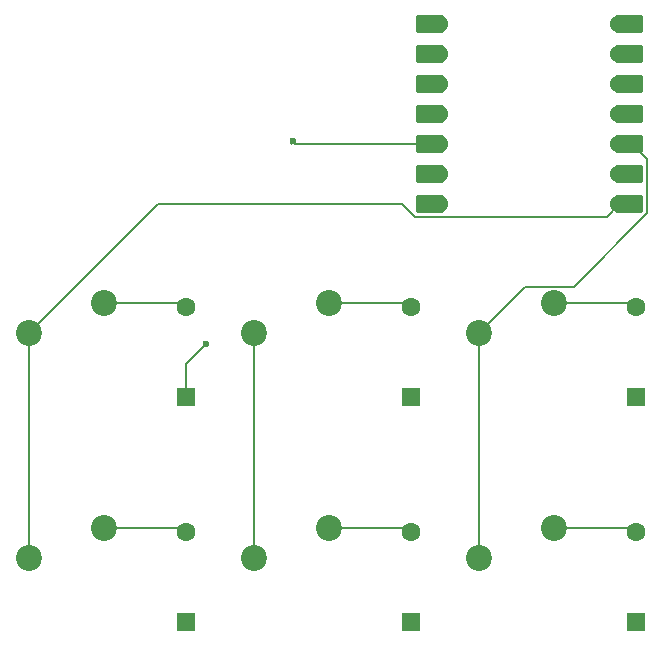
<source format=gbr>
%TF.GenerationSoftware,KiCad,Pcbnew,9.0.2*%
%TF.CreationDate,2025-07-11T15:40:20+10:00*%
%TF.ProjectId,Exportable hackpad pccb,4578706f-7274-4616-926c-65206861636b,rev?*%
%TF.SameCoordinates,Original*%
%TF.FileFunction,Copper,L1,Top*%
%TF.FilePolarity,Positive*%
%FSLAX46Y46*%
G04 Gerber Fmt 4.6, Leading zero omitted, Abs format (unit mm)*
G04 Created by KiCad (PCBNEW 9.0.2) date 2025-07-11 15:40:20*
%MOMM*%
%LPD*%
G01*
G04 APERTURE LIST*
G04 Aperture macros list*
%AMRoundRect*
0 Rectangle with rounded corners*
0 $1 Rounding radius*
0 $2 $3 $4 $5 $6 $7 $8 $9 X,Y pos of 4 corners*
0 Add a 4 corners polygon primitive as box body*
4,1,4,$2,$3,$4,$5,$6,$7,$8,$9,$2,$3,0*
0 Add four circle primitives for the rounded corners*
1,1,$1+$1,$2,$3*
1,1,$1+$1,$4,$5*
1,1,$1+$1,$6,$7*
1,1,$1+$1,$8,$9*
0 Add four rect primitives between the rounded corners*
20,1,$1+$1,$2,$3,$4,$5,0*
20,1,$1+$1,$4,$5,$6,$7,0*
20,1,$1+$1,$6,$7,$8,$9,0*
20,1,$1+$1,$8,$9,$2,$3,0*%
G04 Aperture macros list end*
%TA.AperFunction,ComponentPad*%
%ADD10C,2.200000*%
%TD*%
%TA.AperFunction,SMDPad,CuDef*%
%ADD11RoundRect,0.152400X1.063600X0.609600X-1.063600X0.609600X-1.063600X-0.609600X1.063600X-0.609600X0*%
%TD*%
%TA.AperFunction,ComponentPad*%
%ADD12C,1.524000*%
%TD*%
%TA.AperFunction,SMDPad,CuDef*%
%ADD13RoundRect,0.152400X-1.063600X-0.609600X1.063600X-0.609600X1.063600X0.609600X-1.063600X0.609600X0*%
%TD*%
%TA.AperFunction,ComponentPad*%
%ADD14RoundRect,0.250000X0.550000X-0.550000X0.550000X0.550000X-0.550000X0.550000X-0.550000X-0.550000X0*%
%TD*%
%TA.AperFunction,ComponentPad*%
%ADD15C,1.600000*%
%TD*%
%TA.AperFunction,ViaPad*%
%ADD16C,0.600000*%
%TD*%
%TA.AperFunction,Conductor*%
%ADD17C,0.200000*%
%TD*%
G04 APERTURE END LIST*
D10*
%TO.P,SW3,1,1*%
%TO.N,Net-(D9-A)*%
X173037500Y-99853750D03*
%TO.P,SW3,2,2*%
%TO.N,Colum 3*%
X166687500Y-102393750D03*
%TD*%
%TO.P,SW9,1,1*%
%TO.N,Net-(D10-A)*%
X173037500Y-118903750D03*
%TO.P,SW9,2,2*%
%TO.N,Colum 3*%
X166687500Y-121443750D03*
%TD*%
%TO.P,SW8,1,1*%
%TO.N,Net-(D7-A)*%
X153987500Y-118903750D03*
%TO.P,SW8,2,2*%
%TO.N,Colum 2*%
X147637500Y-121443750D03*
%TD*%
%TO.P,SW7,1,1*%
%TO.N,Net-(D5-A)*%
X134937500Y-118903750D03*
%TO.P,SW7,2,2*%
%TO.N,Colum 1*%
X128587500Y-121443750D03*
%TD*%
%TO.P,SW2,1,1*%
%TO.N,Net-(D6-A)*%
X153987500Y-99853750D03*
%TO.P,SW2,2,2*%
%TO.N,Colum 2*%
X147637500Y-102393750D03*
%TD*%
%TO.P,SW1,1,1*%
%TO.N,Net-(D8-A)*%
X134937500Y-99853750D03*
%TO.P,SW1,2,2*%
%TO.N,Colum 1*%
X128587500Y-102393750D03*
%TD*%
D11*
%TO.P,U1,1,GPIO26/ADC0/A0*%
%TO.N,unconnected-(U1-GPIO26{slash}ADC0{slash}A0-Pad1)*%
X162518750Y-76200000D03*
D12*
X163353750Y-76200000D03*
D11*
%TO.P,U1,2,GPIO27/ADC1/A1*%
%TO.N,unconnected-(U1-GPIO27{slash}ADC1{slash}A1-Pad2)*%
X162518750Y-78740000D03*
D12*
X163353750Y-78740000D03*
D11*
%TO.P,U1,3,GPIO28/ADC2/A2*%
%TO.N,unconnected-(U1-GPIO28{slash}ADC2{slash}A2-Pad3)*%
X162518750Y-81280000D03*
D12*
X163353750Y-81280000D03*
D11*
%TO.P,U1,4,GPIO29/ADC3/A3*%
%TO.N,unconnected-(U1-GPIO29{slash}ADC3{slash}A3-Pad4)*%
X162518750Y-83820000D03*
D12*
X163353750Y-83820000D03*
D11*
%TO.P,U1,5,GPIO6/SDA*%
%TO.N,Neo-Pix*%
X162518750Y-86360000D03*
D12*
X163353750Y-86360000D03*
D11*
%TO.P,U1,6,GPIO7/SCL*%
%TO.N,Row 1*%
X162518750Y-88900000D03*
D12*
X163353750Y-88900000D03*
D11*
%TO.P,U1,7,GPIO0/TX*%
%TO.N,Row 2*%
X162518750Y-91440000D03*
D12*
X163353750Y-91440000D03*
%TO.P,U1,8,GPIO1/RX*%
%TO.N,Colum 1*%
X178593750Y-91440000D03*
D13*
X179428750Y-91440000D03*
D12*
%TO.P,U1,9,GPIO2/SCK*%
%TO.N,Colum 2*%
X178593750Y-88900000D03*
D13*
X179428750Y-88900000D03*
D12*
%TO.P,U1,10,GPIO4/MISO*%
%TO.N,Colum 3*%
X178593750Y-86360000D03*
D13*
X179428750Y-86360000D03*
D12*
%TO.P,U1,11,GPIO3/MOSI*%
%TO.N,unconnected-(U1-GPIO3{slash}MOSI-Pad11)*%
X178593750Y-83820000D03*
D13*
X179428750Y-83820000D03*
D12*
%TO.P,U1,12,3V3*%
%TO.N,unconnected-(U1-3V3-Pad12)*%
X178593750Y-81280000D03*
D13*
X179428750Y-81280000D03*
D12*
%TO.P,U1,13,GND*%
%TO.N,GND*%
X178593750Y-78740000D03*
D13*
X179428750Y-78740000D03*
D12*
%TO.P,U1,14,VBUS*%
%TO.N,+5V*%
X178593750Y-76200000D03*
D13*
X179428750Y-76200000D03*
%TD*%
D14*
%TO.P,D8,1,K*%
%TO.N,Row 1*%
X141922500Y-107791250D03*
D15*
%TO.P,D8,2,A*%
%TO.N,Net-(D8-A)*%
X141922500Y-100171250D03*
%TD*%
D14*
%TO.P,D6,1,K*%
%TO.N,Row 1*%
X160972500Y-107791250D03*
D15*
%TO.P,D6,2,A*%
%TO.N,Net-(D6-A)*%
X160972500Y-100171250D03*
%TD*%
D14*
%TO.P,D10,1,K*%
%TO.N,Row 2*%
X180022500Y-126841250D03*
D15*
%TO.P,D10,2,A*%
%TO.N,Net-(D10-A)*%
X180022500Y-119221250D03*
%TD*%
D14*
%TO.P,D5,1,K*%
%TO.N,Row 2*%
X141922500Y-126841250D03*
D15*
%TO.P,D5,2,A*%
%TO.N,Net-(D5-A)*%
X141922500Y-119221250D03*
%TD*%
D14*
%TO.P,D7,1,K*%
%TO.N,Row 2*%
X160972500Y-126841250D03*
D15*
%TO.P,D7,2,A*%
%TO.N,Net-(D7-A)*%
X160972500Y-119221250D03*
%TD*%
D14*
%TO.P,D9,1,K*%
%TO.N,Row 1*%
X180022500Y-107791250D03*
D15*
%TO.P,D9,2,A*%
%TO.N,Net-(D9-A)*%
X180022500Y-100171250D03*
%TD*%
D16*
%TO.N,Neo-Pix*%
X150928750Y-86135000D03*
%TO.N,Row 1*%
X143628750Y-103280000D03*
%TD*%
D17*
%TO.N,Neo-Pix*%
X163353750Y-86360000D02*
X151153750Y-86360000D01*
X151153750Y-86360000D02*
X150928750Y-86135000D01*
X150868750Y-86360000D02*
X150778750Y-86270000D01*
%TO.N,Net-(D5-A)*%
X134937500Y-118903750D02*
X141605000Y-118903750D01*
X141605000Y-118903750D02*
X141922500Y-119221250D01*
%TO.N,Colum 2*%
X147637500Y-102393750D02*
X147637500Y-121443750D01*
%TO.N,Net-(D6-A)*%
X153987500Y-99853750D02*
X160655000Y-99853750D01*
%TO.N,Net-(D7-A)*%
X160655000Y-118903750D02*
X160972500Y-119221250D01*
X153987500Y-118903750D02*
X160655000Y-118903750D01*
%TO.N,Row 1*%
X141922500Y-104986250D02*
X141922500Y-107791250D01*
X143628750Y-103280000D02*
X141922500Y-104986250D01*
%TO.N,Colum 1*%
X128587500Y-102393750D02*
X128587500Y-121443750D01*
X161263124Y-92503000D02*
X160200124Y-91440000D01*
X178593750Y-91440000D02*
X177530750Y-92503000D01*
X139541250Y-91440000D02*
X128587500Y-102393750D01*
X160200124Y-91440000D02*
X139541250Y-91440000D01*
X177530750Y-92503000D02*
X161263124Y-92503000D01*
%TO.N,Colum 3*%
X178593750Y-86360000D02*
X179671380Y-86360000D01*
X180945750Y-87634370D02*
X180945750Y-92241626D01*
X179671380Y-86360000D02*
X180945750Y-87634370D01*
X166687500Y-102393750D02*
X166687500Y-121443750D01*
X180945750Y-92241626D02*
X174734626Y-98452750D01*
X174734626Y-98452750D02*
X170628500Y-98452750D01*
X170628500Y-98452750D02*
X166687500Y-102393750D01*
%TO.N,+5V*%
X179207376Y-76200000D02*
X178593750Y-76200000D01*
%TO.N,Net-(D8-A)*%
X134937500Y-99853750D02*
X141605000Y-99853750D01*
X141605000Y-99853750D02*
X141922500Y-100171250D01*
%TO.N,Net-(D9-A)*%
X179705000Y-99853750D02*
X180022500Y-100171250D01*
X173037500Y-99853750D02*
X179705000Y-99853750D01*
%TO.N,Net-(D10-A)*%
X173037500Y-118903750D02*
X179705000Y-118903750D01*
X179705000Y-118903750D02*
X180022500Y-119221250D01*
%TO.N,GND*%
X179671380Y-78740000D02*
X178593750Y-78740000D01*
%TD*%
M02*

</source>
